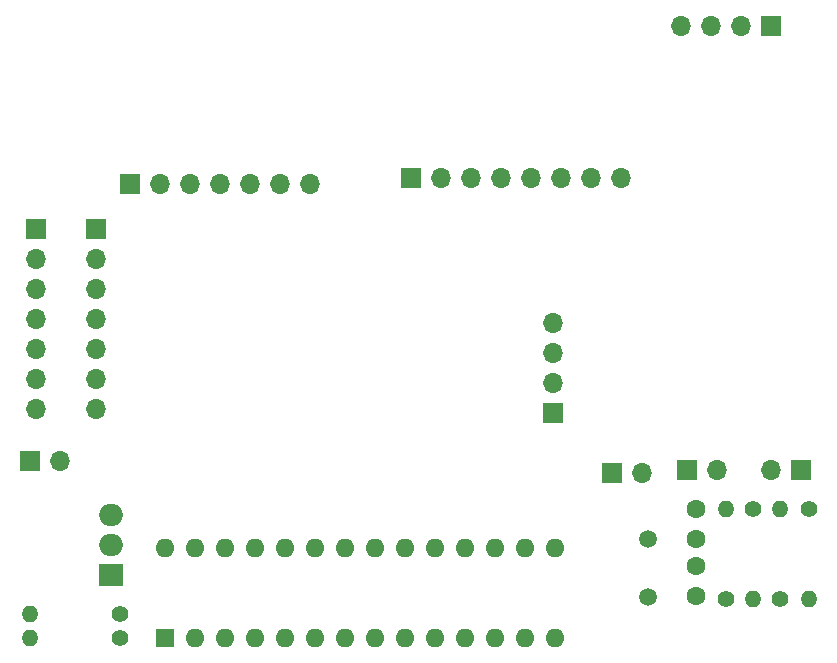
<source format=gbr>
%TF.GenerationSoftware,KiCad,Pcbnew,7.0.8*%
%TF.CreationDate,2023-10-23T02:42:37-06:00*%
%TF.ProjectId,Piso_12,5069736f-5f31-4322-9e6b-696361645f70,rev?*%
%TF.SameCoordinates,Original*%
%TF.FileFunction,Soldermask,Bot*%
%TF.FilePolarity,Negative*%
%FSLAX46Y46*%
G04 Gerber Fmt 4.6, Leading zero omitted, Abs format (unit mm)*
G04 Created by KiCad (PCBNEW 7.0.8) date 2023-10-23 02:42:37*
%MOMM*%
%LPD*%
G01*
G04 APERTURE LIST*
%ADD10R,1.700000X1.700000*%
%ADD11O,1.700000X1.700000*%
%ADD12C,1.400000*%
%ADD13O,1.400000X1.400000*%
%ADD14R,2.000000X1.905000*%
%ADD15O,2.000000X1.905000*%
%ADD16R,1.600000X1.600000*%
%ADD17O,1.600000X1.600000*%
%ADD18C,1.500000*%
%ADD19C,1.600000*%
G04 APERTURE END LIST*
D10*
%TO.C,J4*%
X46816000Y-27940000D03*
D11*
X49356000Y-27940000D03*
%TD*%
D12*
%TO.C,R3*%
X58754000Y-30988000D03*
D13*
X58754000Y-38608000D03*
%TD*%
D12*
%TO.C,R4*%
X56468000Y-38608000D03*
D13*
X56468000Y-30988000D03*
%TD*%
D14*
%TO.C,U1*%
X4398000Y-36576000D03*
D15*
X4398000Y-34036000D03*
X4398000Y-31496000D03*
%TD*%
D10*
%TO.C,J10*%
X-1980000Y-7300000D03*
D11*
X-1980000Y-9840000D03*
X-1980000Y-12380000D03*
X-1980000Y-14920000D03*
X-1980000Y-17460000D03*
X-1980000Y-20000000D03*
X-1980000Y-22540000D03*
%TD*%
D12*
%TO.C,R6*%
X5160000Y-39878000D03*
D13*
X-2460000Y-39878000D03*
%TD*%
D12*
%TO.C,R2*%
X61040000Y-38608000D03*
D13*
X61040000Y-30988000D03*
%TD*%
D10*
%TO.C,J1*%
X6040000Y-3500000D03*
D11*
X8580000Y-3500000D03*
X11120000Y-3500000D03*
X13660000Y-3500000D03*
X16200000Y-3500000D03*
X18740000Y-3500000D03*
X21280000Y-3500000D03*
%TD*%
D16*
%TO.C,U4*%
X8970000Y-41910000D03*
D17*
X11510000Y-41910000D03*
X14050000Y-41910000D03*
X16590000Y-41910000D03*
X19130000Y-41910000D03*
X21670000Y-41910000D03*
X24210000Y-41910000D03*
X26750000Y-41910000D03*
X29290000Y-41910000D03*
X31830000Y-41910000D03*
X34370000Y-41910000D03*
X36910000Y-41910000D03*
X39450000Y-41910000D03*
X41990000Y-41910000D03*
X41990000Y-34290000D03*
X39450000Y-34290000D03*
X36910000Y-34290000D03*
X34370000Y-34290000D03*
X31830000Y-34290000D03*
X29290000Y-34290000D03*
X26750000Y-34290000D03*
X24210000Y-34290000D03*
X21670000Y-34290000D03*
X19130000Y-34290000D03*
X16590000Y-34290000D03*
X14050000Y-34290000D03*
X11510000Y-34290000D03*
X8970000Y-34290000D03*
%TD*%
D18*
%TO.C,Y1*%
X49864000Y-38428000D03*
X49864000Y-33528000D03*
%TD*%
D19*
%TO.C,C1*%
X53928000Y-35834000D03*
X53928000Y-38334000D03*
%TD*%
D10*
%TO.C,J9*%
X62818000Y-27686000D03*
D11*
X60278000Y-27686000D03*
%TD*%
D12*
%TO.C,R5*%
X5160000Y-41910000D03*
D13*
X-2460000Y-41910000D03*
%TD*%
D19*
%TO.C,C2*%
X53928000Y-31008000D03*
X53928000Y-33508000D03*
%TD*%
D10*
%TO.C,J3*%
X53166000Y-27686000D03*
D11*
X55706000Y-27686000D03*
%TD*%
D10*
%TO.C,J7*%
X41797500Y-22885000D03*
D11*
X41797500Y-20345000D03*
X41797500Y-17805000D03*
X41797500Y-15265000D03*
%TD*%
D10*
%TO.C,J6*%
X-2460000Y-26924000D03*
D11*
X80000Y-26924000D03*
%TD*%
D12*
%TO.C,R1*%
X63530000Y-30988000D03*
D13*
X63530000Y-38608000D03*
%TD*%
D10*
%TO.C,J8*%
X60278000Y9906000D03*
D11*
X57738000Y9906000D03*
X55198000Y9906000D03*
X52658000Y9906000D03*
%TD*%
D10*
%TO.C,J5*%
X3100000Y-7300000D03*
D11*
X3100000Y-9840000D03*
X3100000Y-12380000D03*
X3100000Y-14920000D03*
X3100000Y-17460000D03*
X3100000Y-20000000D03*
X3100000Y-22540000D03*
%TD*%
D10*
%TO.C,J2*%
X29760000Y-3000000D03*
D11*
X32300000Y-3000000D03*
X34840000Y-3000000D03*
X37380000Y-3000000D03*
X39920000Y-3000000D03*
X42460000Y-3000000D03*
X45000000Y-3000000D03*
X47540000Y-3000000D03*
%TD*%
M02*

</source>
